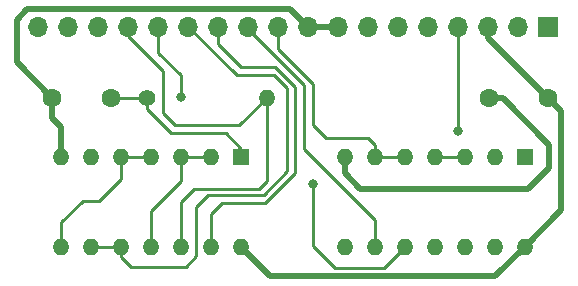
<source format=gbr>
%TF.GenerationSoftware,KiCad,Pcbnew,(5.1.12)-1*%
%TF.CreationDate,2023-06-15T15:44:25+02:00*%
%TF.ProjectId,cs2,6373322e-6b69-4636-9164-5f7063625858,rev?*%
%TF.SameCoordinates,Original*%
%TF.FileFunction,Copper,L1,Top*%
%TF.FilePolarity,Positive*%
%FSLAX46Y46*%
G04 Gerber Fmt 4.6, Leading zero omitted, Abs format (unit mm)*
G04 Created by KiCad (PCBNEW (5.1.12)-1) date 2023-06-15 15:44:25*
%MOMM*%
%LPD*%
G01*
G04 APERTURE LIST*
%TA.AperFunction,ComponentPad*%
%ADD10R,1.400000X1.400000*%
%TD*%
%TA.AperFunction,ComponentPad*%
%ADD11O,1.400000X1.400000*%
%TD*%
%TA.AperFunction,ComponentPad*%
%ADD12C,1.600000*%
%TD*%
%TA.AperFunction,ComponentPad*%
%ADD13C,1.400000*%
%TD*%
%TA.AperFunction,ComponentPad*%
%ADD14R,1.700000X1.700000*%
%TD*%
%TA.AperFunction,ComponentPad*%
%ADD15O,1.700000X1.700000*%
%TD*%
%TA.AperFunction,ViaPad*%
%ADD16C,0.800000*%
%TD*%
%TA.AperFunction,Conductor*%
%ADD17C,0.250000*%
%TD*%
%TA.AperFunction,Conductor*%
%ADD18C,0.500000*%
%TD*%
G04 APERTURE END LIST*
D10*
%TO.P,U1,1*%
%TO.N,Net-(J4-Pad16)*%
X169920000Y-108210000D03*
D11*
%TO.P,U1,8*%
%TO.N,Net-(J4-Pad10)*%
X154680000Y-115830000D03*
%TO.P,U1,2*%
%TO.N,Net-(J4-Pad11)*%
X167380000Y-108210000D03*
%TO.P,U1,9*%
X157220000Y-115830000D03*
%TO.P,U1,3*%
%TO.N,Net-(U1-Pad3)*%
X164840000Y-108210000D03*
%TO.P,U1,10*%
%TO.N,Net-(J4-Pad17)*%
X159760000Y-115830000D03*
%TO.P,U1,4*%
%TO.N,Net-(U1-Pad3)*%
X162300000Y-108210000D03*
%TO.P,U1,11*%
%TO.N,N/C*%
X162300000Y-115830000D03*
%TO.P,U1,5*%
%TO.N,Net-(J4-Pad10)*%
X159760000Y-108210000D03*
%TO.P,U1,12*%
%TO.N,N/C*%
X164840000Y-115830000D03*
%TO.P,U1,6*%
%TO.N,Net-(J4-Pad10)*%
X157220000Y-108210000D03*
%TO.P,U1,13*%
%TO.N,N/C*%
X167380000Y-115830000D03*
%TO.P,U1,7*%
%TO.N,GND*%
X154680000Y-108210000D03*
%TO.P,U1,14*%
%TO.N,5V*%
X169920000Y-115830000D03*
%TD*%
%TO.P,U2,14*%
%TO.N,5V*%
X145920000Y-115830000D03*
%TO.P,U2,7*%
%TO.N,GND*%
X130680000Y-108210000D03*
%TO.P,U2,13*%
%TO.N,Net-(J4-Pad12)*%
X143380000Y-115830000D03*
%TO.P,U2,6*%
%TO.N,Net-(J4-Pad4)*%
X133220000Y-108210000D03*
%TO.P,U2,12*%
%TO.N,Net-(J4-Pad15)*%
X140840000Y-115830000D03*
%TO.P,U2,5*%
%TO.N,Net-(J4-Pad5)*%
X135760000Y-108210000D03*
%TO.P,U2,11*%
%TO.N,Net-(J4-Pad14)*%
X138300000Y-115830000D03*
%TO.P,U2,4*%
%TO.N,Net-(J4-Pad5)*%
X138300000Y-108210000D03*
%TO.P,U2,10*%
%TO.N,Net-(J4-Pad13)*%
X135760000Y-115830000D03*
%TO.P,U2,3*%
%TO.N,Net-(J4-Pad14)*%
X140840000Y-108210000D03*
%TO.P,U2,9*%
%TO.N,Net-(J4-Pad13)*%
X133220000Y-115830000D03*
%TO.P,U2,2*%
%TO.N,Net-(J4-Pad14)*%
X143380000Y-108210000D03*
%TO.P,U2,8*%
%TO.N,Net-(J4-Pad5)*%
X130680000Y-115830000D03*
D10*
%TO.P,U2,1*%
%TO.N,Net-(C1-Pad1)*%
X145920000Y-108210000D03*
%TD*%
D12*
%TO.P,C2,2*%
%TO.N,GND*%
X166920000Y-103210000D03*
%TO.P,C2,1*%
%TO.N,5V*%
X171920000Y-103210000D03*
%TD*%
D13*
%TO.P,R1,1*%
%TO.N,Net-(C1-Pad1)*%
X137920000Y-103210000D03*
D11*
%TO.P,R1,2*%
%TO.N,Net-(J4-Pad15)*%
X148080000Y-103210000D03*
%TD*%
D12*
%TO.P,C1,1*%
%TO.N,Net-(C1-Pad1)*%
X134920000Y-103210000D03*
%TO.P,C1,2*%
%TO.N,GND*%
X129920000Y-103210000D03*
%TD*%
D14*
%TO.P,J4,1*%
%TO.N,Net-(J4-Pad1)*%
X171920000Y-97210000D03*
D15*
%TO.P,J4,2*%
%TO.N,Net-(J4-Pad2)*%
X169380000Y-97210000D03*
%TO.P,J4,3*%
%TO.N,5V*%
X166840000Y-97210000D03*
%TO.P,J4,4*%
%TO.N,Net-(J4-Pad4)*%
X164300000Y-97210000D03*
%TO.P,J4,5*%
%TO.N,Net-(J4-Pad5)*%
X161760000Y-97210000D03*
%TO.P,J4,6*%
%TO.N,Net-(J4-Pad6)*%
X159220000Y-97210000D03*
%TO.P,J4,7*%
%TO.N,Net-(J4-Pad7)*%
X156680000Y-97210000D03*
%TO.P,J4,8*%
%TO.N,GND*%
X154140000Y-97210000D03*
%TO.P,J4,9*%
X151600000Y-97210000D03*
%TO.P,J4,10*%
%TO.N,Net-(J4-Pad10)*%
X149060000Y-97210000D03*
%TO.P,J4,11*%
%TO.N,Net-(J4-Pad11)*%
X146520000Y-97210000D03*
%TO.P,J4,12*%
%TO.N,Net-(J4-Pad12)*%
X143980000Y-97210000D03*
%TO.P,J4,13*%
%TO.N,Net-(J4-Pad13)*%
X141440000Y-97210000D03*
%TO.P,J4,14*%
%TO.N,Net-(J4-Pad14)*%
X138900000Y-97210000D03*
%TO.P,J4,15*%
%TO.N,Net-(J4-Pad15)*%
X136360000Y-97210000D03*
%TO.P,J4,16*%
%TO.N,Net-(J4-Pad16)*%
X133820000Y-97210000D03*
%TO.P,J4,17*%
%TO.N,Net-(J4-Pad17)*%
X131280000Y-97210000D03*
%TO.P,J4,18*%
%TO.N,Net-(J4-Pad14)*%
X128740000Y-97210000D03*
%TD*%
D16*
%TO.N,Net-(J4-Pad4)*%
X164320000Y-106010000D03*
%TO.N,Net-(J4-Pad14)*%
X140820000Y-103110000D03*
%TO.N,Net-(J4-Pad17)*%
X152020000Y-110510000D03*
%TD*%
D17*
%TO.N,Net-(C1-Pad1)*%
X137920000Y-103210000D02*
X134920000Y-103210000D01*
X137920000Y-104110000D02*
X137920000Y-103210000D01*
X140020000Y-106210000D02*
X137920000Y-104110000D01*
X144620000Y-106210000D02*
X140020000Y-106210000D01*
X145920000Y-107510000D02*
X144620000Y-106210000D01*
X145920000Y-108210000D02*
X145920000Y-107510000D01*
D18*
%TO.N,GND*%
X151600000Y-97210000D02*
X154140000Y-97210000D01*
X129920000Y-103210000D02*
X129920000Y-104910000D01*
X130680000Y-105670000D02*
X130680000Y-108210000D01*
X129920000Y-104910000D02*
X130680000Y-105670000D01*
X168051370Y-103210000D02*
X172020000Y-107178630D01*
X166920000Y-103210000D02*
X168051370Y-103210000D01*
X172020000Y-107178630D02*
X172020000Y-109110000D01*
X172020000Y-109110000D02*
X170220000Y-110910000D01*
X170220000Y-110910000D02*
X156020000Y-110910000D01*
X154680000Y-109570000D02*
X154680000Y-108210000D01*
X156020000Y-110910000D02*
X154680000Y-109570000D01*
X126920000Y-100210000D02*
X129920000Y-103210000D01*
X126920000Y-96610000D02*
X126920000Y-100210000D01*
X127820000Y-95710000D02*
X126920000Y-96610000D01*
X150100000Y-95710000D02*
X127820000Y-95710000D01*
X151600000Y-97210000D02*
X150100000Y-95710000D01*
%TO.N,5V*%
X169920000Y-115830000D02*
X167440000Y-118310000D01*
X148400000Y-118310000D02*
X145920000Y-115830000D01*
X167440000Y-118310000D02*
X148400000Y-118310000D01*
X173020000Y-112730000D02*
X169920000Y-115830000D01*
X173020000Y-104310000D02*
X173020000Y-112730000D01*
X171920000Y-103210000D02*
X173020000Y-104310000D01*
X166840000Y-98130000D02*
X171920000Y-103210000D01*
X166840000Y-97210000D02*
X166840000Y-98130000D01*
D17*
%TO.N,Net-(U1-Pad3)*%
X164840000Y-108210000D02*
X162300000Y-108210000D01*
%TO.N,Net-(J4-Pad4)*%
X164300000Y-105990000D02*
X164320000Y-106010000D01*
X164300000Y-97210000D02*
X164300000Y-105990000D01*
%TO.N,Net-(J4-Pad5)*%
X130680000Y-115830000D02*
X130680000Y-113750000D01*
X130680000Y-113750000D02*
X132520000Y-111910000D01*
X132520000Y-111910000D02*
X133920000Y-111910000D01*
X135760000Y-110070000D02*
X135760000Y-108210000D01*
X133920000Y-111910000D02*
X135760000Y-110070000D01*
X135760000Y-108210000D02*
X138300000Y-108210000D01*
%TO.N,Net-(J4-Pad10)*%
X159760000Y-108210000D02*
X157220000Y-108210000D01*
X149060000Y-99050000D02*
X149060000Y-97210000D01*
X152020000Y-105510000D02*
X152020000Y-102010000D01*
X153120000Y-106610000D02*
X152020000Y-105510000D01*
X152020000Y-102010000D02*
X149060000Y-99050000D01*
X156620000Y-106610000D02*
X153120000Y-106610000D01*
X157220000Y-107210000D02*
X156620000Y-106610000D01*
X157220000Y-108210000D02*
X157220000Y-107210000D01*
%TO.N,Net-(J4-Pad11)*%
X151220000Y-102110000D02*
X146520000Y-97410000D01*
X151220000Y-107510000D02*
X151220000Y-102110000D01*
X146520000Y-97410000D02*
X146520000Y-97210000D01*
X157220000Y-113510000D02*
X151220000Y-107510000D01*
X157220000Y-115830000D02*
X157220000Y-113510000D01*
%TO.N,Net-(J4-Pad12)*%
X145920000Y-100610000D02*
X143980000Y-98670000D01*
X148820000Y-100610000D02*
X145920000Y-100610000D01*
X150520000Y-102310000D02*
X148820000Y-100610000D01*
X150520000Y-109560000D02*
X150520000Y-102310000D01*
X147970000Y-112110000D02*
X150520000Y-109560000D01*
X144320000Y-112110000D02*
X147970000Y-112110000D01*
X143380000Y-113050000D02*
X144320000Y-112110000D01*
X143980000Y-98670000D02*
X143980000Y-97210000D01*
X143380000Y-115830000D02*
X143380000Y-113050000D01*
%TO.N,Net-(J4-Pad13)*%
X135760000Y-115830000D02*
X133220000Y-115830000D01*
X135760000Y-116650000D02*
X135760000Y-115830000D01*
X136620000Y-117510000D02*
X135760000Y-116650000D01*
X141220000Y-117510000D02*
X136620000Y-117510000D01*
X142120000Y-116610000D02*
X141220000Y-117510000D01*
X142120000Y-112410000D02*
X142120000Y-116610000D01*
X143120000Y-111410000D02*
X142120000Y-112410000D01*
X147820000Y-111410000D02*
X143120000Y-111410000D01*
X149820000Y-109410000D02*
X147820000Y-111410000D01*
X149820000Y-102410000D02*
X149820000Y-109410000D01*
X148720000Y-101310000D02*
X149820000Y-102410000D01*
X145540000Y-101310000D02*
X148720000Y-101310000D01*
X141440000Y-97210000D02*
X145540000Y-101310000D01*
%TO.N,Net-(J4-Pad14)*%
X138300000Y-115830000D02*
X138300000Y-112830000D01*
X140840000Y-110290000D02*
X140840000Y-108210000D01*
X138300000Y-112830000D02*
X140840000Y-110290000D01*
X140840000Y-108210000D02*
X143380000Y-108210000D01*
X138900000Y-99390000D02*
X138900000Y-97210000D01*
X140820000Y-101310000D02*
X138900000Y-99390000D01*
X140820000Y-103110000D02*
X140820000Y-101310000D01*
%TO.N,Net-(J4-Pad15)*%
X140840000Y-111990000D02*
X140840000Y-115830000D01*
X148080000Y-110250000D02*
X147420000Y-110910000D01*
X141920000Y-110910000D02*
X140840000Y-111990000D01*
X147420000Y-110910000D02*
X141920000Y-110910000D01*
X148080000Y-103210000D02*
X148080000Y-110250000D01*
X136360000Y-97950000D02*
X136360000Y-97210000D01*
X139320000Y-100910000D02*
X136360000Y-97950000D01*
X139320000Y-104510000D02*
X139320000Y-100910000D01*
X140320000Y-105510000D02*
X139320000Y-104510000D01*
X145780000Y-105510000D02*
X140320000Y-105510000D01*
X148080000Y-103210000D02*
X145780000Y-105510000D01*
%TO.N,Net-(J4-Pad17)*%
X157980000Y-117610000D02*
X159760000Y-115830000D01*
X153850000Y-117610000D02*
X157980000Y-117610000D01*
X152020000Y-115780000D02*
X153850000Y-117610000D01*
X152020000Y-110510000D02*
X152020000Y-115780000D01*
%TD*%
M02*

</source>
